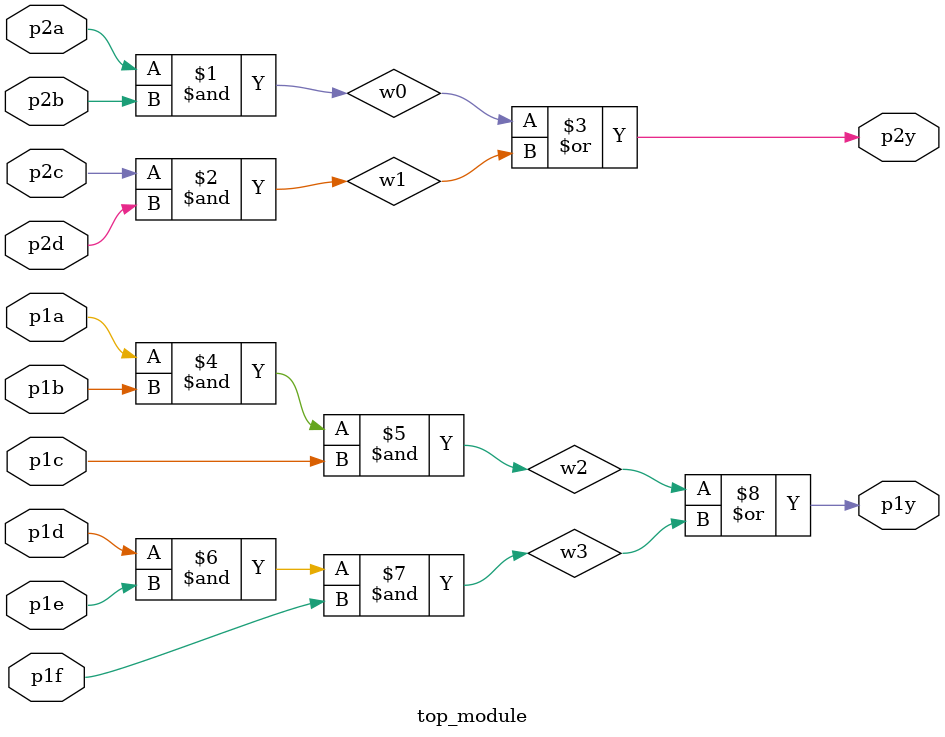
<source format=v>
module top_module ( 
    input p1a, p1b, p1c, p1d, p1e, p1f,
    output p1y,
    input p2a, p2b, p2c, p2d,
    output p2y
);

wire w0 = p2a & p2b;
wire w1 = p2c & p2d;
assign p2y = w0 | w1;

wire w2 = p1a & p1b & p1c;
wire w3 = p1d & p1e & p1f;
assign p1y = w2 | w3;

endmodule
</source>
